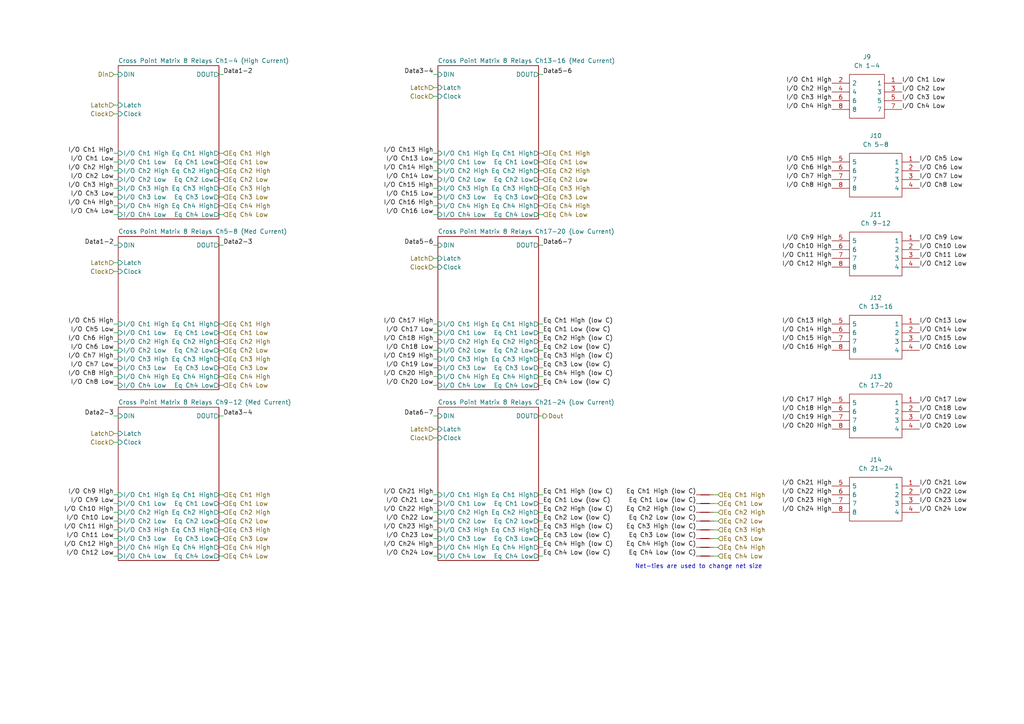
<source format=kicad_sch>
(kicad_sch (version 20211123) (generator eeschema)
  (paper "A4")
  (title_block (title "CIB PCB") (date "2022-05-27") (company "ChargePoint, Inc"))
  (lib_symbols
    (symbol "Component Search Engine:Pluggable Terminal Blocks SDC 2.5mm pitch 8 Pin" (pin_names (offset 0.762))
      (property "Reference" "J" (at 16.51 7.62 0))
      (property "Value" "Pluggable Terminal Blocks SDC 2.5mm pitch 8 Pin" (at 16.51 5.08 0))
      (symbol "Pluggable Terminal Blocks SDC 2.5mm pitch 8 Pin_0_0"
        (pin passive line (at 20.32 0 180) (length 5.08) (name "1") (number "1"))
        (pin passive line (at 0 0 0) (length 5.08) (name "2") (number "2"))
        (pin passive line (at 20.32 -2.54 180) (length 5.08) (name "3") (number "3"))
        (pin passive line (at 0 -2.54 0) (length 5.08) (name "4") (number "4"))
        (pin passive line (at 20.32 -5.08 180) (length 5.08) (name "5") (number "5"))
        (pin passive line (at 0 -5.08 0) (length 5.08) (name "6") (number "6"))
        (pin passive line (at 20.32 -7.62 180) (length 5.08) (name "7") (number "7"))
        (pin passive line (at 0 -7.62 0) (length 5.08) (name "8") (number "8"))
      )
      (symbol "Pluggable Terminal Blocks SDC 2.5mm pitch 8 Pin_0_1"
        (polyline (pts (xy 5.08 2.54) (xy 15.24 2.54) (xy 15.24 -10.16) (xy 5.08 -10.16) (xy 5.08 2.54)) (stroke (width 0.1524)))
      )
    )
    (symbol "Component Search Engine:Pluggable Terminal Blocks SDDC 1.5mm pitch 8 Pin" (pin_names (offset 0.762))
      (property "Reference" "J" (at 21.59 7.62 0))
      (property "Value" "Pluggable Terminal Blocks SDDC 1.5mm pitch 8 Pin" (at 21.59 5.08 0))
      (symbol "Pluggable Terminal Blocks SDDC 1.5mm pitch 8 Pin_0_0"
        (pin passive line (at 25.4 0 180) (length 5.08) (name "1") (number "1"))
        (pin passive line (at 25.4 -2.54 180) (length 5.08) (name "2") (number "2"))
        (pin passive line (at 25.4 -5.08 180) (length 5.08) (name "3") (number "3"))
        (pin passive line (at 25.4 -7.62 180) (length 5.08) (name "4") (number "4"))
        (pin passive line (at 0 0 0) (length 5.08) (name "5") (number "5"))
        (pin passive line (at 0 -2.54 0) (length 5.08) (name "6") (number "6"))
        (pin passive line (at 0 -5.08 0) (length 5.08) (name "7") (number "7"))
        (pin passive line (at 0 -7.62 0) (length 5.08) (name "8") (number "8"))
      )
      (symbol "Pluggable Terminal Blocks SDDC 1.5mm pitch 8 Pin_0_1"
        (polyline (pts (xy 5.08 2.54) (xy 20.32 2.54) (xy 20.32 -10.16) (xy 5.08 -10.16) (xy 5.08 2.54)) (stroke (width 0.1524)))
      )
    )
    (symbol "Device:NetTie_2" (pin_numbers hide) (pin_names (offset 0) hide)
      (property "Reference" "NT" (at 0 1.27 0))
      (property "Value" "NetTie_2" (at 0 -1.27 0))
      (symbol "NetTie_2_0_1"
        (polyline (pts (xy -1.27 0) (xy 1.27 0)) (stroke (width 0.254)))
      )
      (symbol "NetTie_2_1_1"
        (pin passive line (at -2.54 0 0) (length 2.54) (name "1") (number "1"))
        (pin passive line (at 2.54 0 180) (length 2.54) (name "2") (number "2"))
      )
    )
  )
  (wire (pts (xy 156.21 54.61) (xy 157.48 54.61)))
  (wire (pts (xy 33.02 104.14) (xy 34.29 104.14)))
  (wire (pts (xy 156.21 156.21) (xy 157.48 156.21)))
  (wire (pts (xy 125.73 57.15) (xy 127 57.15)))
  (wire (pts (xy 156.21 93.98) (xy 157.48 93.98)))
  (wire (pts (xy 63.5 153.67) (xy 64.77 153.67)))
  (wire (pts (xy 125.73 146.05) (xy 127 146.05)))
  (wire (pts (xy 125.73 120.65) (xy 127 120.65)))
  (wire (pts (xy 207.01 156.21) (xy 208.28 156.21)))
  (wire (pts (xy 125.73 77.47) (xy 127 77.47)))
  (wire (pts (xy 125.73 127) (xy 127 127)))
  (wire (pts (xy 125.73 104.14) (xy 127 104.14)))
  (wire (pts (xy 63.5 46.99) (xy 64.77 46.99)))
  (wire (pts (xy 33.02 128.27) (xy 34.29 128.27)))
  (wire (pts (xy 33.02 21.59) (xy 34.29 21.59)))
  (wire (pts (xy 156.21 21.59) (xy 157.48 21.59)))
  (wire (pts (xy 63.5 109.22) (xy 64.77 109.22)))
  (wire (pts (xy 63.5 156.21) (xy 64.77 156.21)))
  (wire (pts (xy 156.21 71.12) (xy 157.48 71.12)))
  (wire (pts (xy 63.5 101.6) (xy 64.77 101.6)))
  (wire (pts (xy 156.21 104.14) (xy 157.48 104.14)))
  (wire (pts (xy 33.02 156.21) (xy 34.29 156.21)))
  (wire (pts (xy 33.02 111.76) (xy 34.29 111.76)))
  (wire (pts (xy 125.73 46.99) (xy 127 46.99)))
  (wire (pts (xy 125.73 111.76) (xy 127 111.76)))
  (wire (pts (xy 125.73 27.94) (xy 127 27.94)))
  (wire (pts (xy 156.21 148.59) (xy 157.48 148.59)))
  (wire (pts (xy 156.21 49.53) (xy 157.48 49.53)))
  (wire (pts (xy 33.02 52.07) (xy 34.29 52.07)))
  (wire (pts (xy 63.5 148.59) (xy 64.77 148.59)))
  (wire (pts (xy 156.21 158.75) (xy 157.48 158.75)))
  (wire (pts (xy 63.5 158.75) (xy 64.77 158.75)))
  (wire (pts (xy 157.48 120.65) (xy 156.21 120.65)))
  (wire (pts (xy 156.21 109.22) (xy 157.48 109.22)))
  (wire (pts (xy 33.02 33.02) (xy 34.29 33.02)))
  (wire (pts (xy 33.02 161.29) (xy 34.29 161.29)))
  (wire (pts (xy 63.5 21.59) (xy 64.77 21.59)))
  (wire (pts (xy 125.73 99.06) (xy 127 99.06)))
  (wire (pts (xy 63.5 57.15) (xy 64.77 57.15)))
  (wire (pts (xy 33.02 57.15) (xy 34.29 57.15)))
  (wire (pts (xy 156.21 153.67) (xy 157.48 153.67)))
  (wire (pts (xy 207.01 161.29) (xy 208.28 161.29)))
  (wire (pts (xy 33.02 153.67) (xy 34.29 153.67)))
  (wire (pts (xy 63.5 44.45) (xy 64.77 44.45)))
  (wire (pts (xy 63.5 151.13) (xy 64.77 151.13)))
  (wire (pts (xy 156.21 59.69) (xy 157.48 59.69)))
  (wire (pts (xy 125.73 52.07) (xy 127 52.07)))
  (wire (pts (xy 207.01 158.75) (xy 208.28 158.75)))
  (wire (pts (xy 125.73 151.13) (xy 127 151.13)))
  (wire (pts (xy 33.02 59.69) (xy 34.29 59.69)))
  (wire (pts (xy 125.73 93.98) (xy 127 93.98)))
  (wire (pts (xy 156.21 146.05) (xy 157.48 146.05)))
  (wire (pts (xy 33.02 78.74) (xy 34.29 78.74)))
  (wire (pts (xy 63.5 96.52) (xy 64.77 96.52)))
  (wire (pts (xy 207.01 151.13) (xy 208.28 151.13)))
  (wire (pts (xy 63.5 59.69) (xy 64.77 59.69)))
  (wire (pts (xy 125.73 106.68) (xy 127 106.68)))
  (wire (pts (xy 125.73 143.51) (xy 127 143.51)))
  (wire (pts (xy 33.02 120.65) (xy 34.29 120.65)))
  (wire (pts (xy 125.73 158.75) (xy 127 158.75)))
  (wire (pts (xy 156.21 106.68) (xy 157.48 106.68)))
  (wire (pts (xy 125.73 96.52) (xy 127 96.52)))
  (wire (pts (xy 156.21 57.15) (xy 157.48 57.15)))
  (wire (pts (xy 156.21 99.06) (xy 157.48 99.06)))
  (wire (pts (xy 33.02 76.2) (xy 34.29 76.2)))
  (wire (pts (xy 125.73 153.67) (xy 127 153.67)))
  (wire (pts (xy 33.02 96.52) (xy 34.29 96.52)))
  (wire (pts (xy 207.01 146.05) (xy 208.28 146.05)))
  (wire (pts (xy 33.02 146.05) (xy 34.29 146.05)))
  (wire (pts (xy 33.02 46.99) (xy 34.29 46.99)))
  (wire (pts (xy 156.21 161.29) (xy 157.48 161.29)))
  (wire (pts (xy 63.5 49.53) (xy 64.77 49.53)))
  (wire (pts (xy 156.21 52.07) (xy 157.48 52.07)))
  (wire (pts (xy 125.73 124.46) (xy 127 124.46)))
  (wire (pts (xy 63.5 93.98) (xy 64.77 93.98)))
  (wire (pts (xy 125.73 44.45) (xy 127 44.45)))
  (wire (pts (xy 33.02 158.75) (xy 34.29 158.75)))
  (wire (pts (xy 63.5 99.06) (xy 64.77 99.06)))
  (wire (pts (xy 33.02 54.61) (xy 34.29 54.61)))
  (wire (pts (xy 125.73 71.12) (xy 127 71.12)))
  (wire (pts (xy 125.73 74.93) (xy 127 74.93)))
  (wire (pts (xy 33.02 125.73) (xy 34.29 125.73)))
  (wire (pts (xy 33.02 62.23) (xy 34.29 62.23)))
  (wire (pts (xy 33.02 71.12) (xy 34.29 71.12)))
  (wire (pts (xy 156.21 62.23) (xy 157.48 62.23)))
  (wire (pts (xy 156.21 96.52) (xy 157.48 96.52)))
  (wire (pts (xy 156.21 111.76) (xy 157.48 111.76)))
  (wire (pts (xy 63.5 120.65) (xy 64.77 120.65)))
  (wire (pts (xy 156.21 46.99) (xy 157.48 46.99)))
  (wire (pts (xy 63.5 71.12) (xy 64.77 71.12)))
  (wire (pts (xy 156.21 143.51) (xy 157.48 143.51)))
  (wire (pts (xy 63.5 54.61) (xy 64.77 54.61)))
  (wire (pts (xy 125.73 101.6) (xy 127 101.6)))
  (wire (pts (xy 33.02 106.68) (xy 34.29 106.68)))
  (wire (pts (xy 63.5 106.68) (xy 64.77 106.68)))
  (wire (pts (xy 63.5 62.23) (xy 64.77 62.23)))
  (wire (pts (xy 125.73 21.59) (xy 127 21.59)))
  (wire (pts (xy 33.02 109.22) (xy 34.29 109.22)))
  (wire (pts (xy 33.02 49.53) (xy 34.29 49.53)))
  (wire (pts (xy 125.73 25.4) (xy 127 25.4)))
  (wire (pts (xy 33.02 30.48) (xy 34.29 30.48)))
  (wire (pts (xy 125.73 148.59) (xy 127 148.59)))
  (wire (pts (xy 33.02 143.51) (xy 34.29 143.51)))
  (wire (pts (xy 207.01 148.59) (xy 208.28 148.59)))
  (wire (pts (xy 63.5 104.14) (xy 64.77 104.14)))
  (wire (pts (xy 33.02 44.45) (xy 34.29 44.45)))
  (wire (pts (xy 125.73 54.61) (xy 127 54.61)))
  (wire (pts (xy 207.01 153.67) (xy 208.28 153.67)))
  (wire (pts (xy 207.01 143.51) (xy 208.28 143.51)))
  (wire (pts (xy 156.21 101.6) (xy 157.48 101.6)))
  (wire (pts (xy 125.73 109.22) (xy 127 109.22)))
  (wire (pts (xy 156.21 151.13) (xy 157.48 151.13)))
  (wire (pts (xy 33.02 151.13) (xy 34.29 151.13)))
  (wire (pts (xy 125.73 49.53) (xy 127 49.53)))
  (wire (pts (xy 33.02 148.59) (xy 34.29 148.59)))
  (wire (pts (xy 63.5 146.05) (xy 64.77 146.05)))
  (wire (pts (xy 63.5 161.29) (xy 64.77 161.29)))
  (wire (pts (xy 125.73 62.23) (xy 127 62.23)))
  (wire (pts (xy 125.73 156.21) (xy 127 156.21)))
  (wire (pts (xy 63.5 111.76) (xy 64.77 111.76)))
  (wire (pts (xy 33.02 101.6) (xy 34.29 101.6)))
  (wire (pts (xy 63.5 143.51) (xy 64.77 143.51)))
  (wire (pts (xy 33.02 99.06) (xy 34.29 99.06)))
  (wire (pts (xy 156.21 44.45) (xy 157.48 44.45)))
  (wire (pts (xy 125.73 161.29) (xy 127 161.29)))
  (wire (pts (xy 33.02 93.98) (xy 34.29 93.98)))
  (wire (pts (xy 125.73 59.69) (xy 127 59.69)))
  (wire (pts (xy 63.5 52.07) (xy 64.77 52.07)))
  (text "Net-ties are used to change net size" (at 184.15 165.1 0) (effects (font (size 1.27 1.27)) (justify left bottom)))
  (label "Data2-3" (at 33.02 120.65 180))
  (label "I{slash}O Ch12 Low" (at 33.02 161.29 180))
  (label "I{slash}O Ch2 Low" (at 33.02 52.07 180))
  (label "I{slash}O Ch8 Low" (at 266.7 54.61 0))
  (label "I{slash}O Ch15 Low" (at 266.7 99.06 0))
  (label "I{slash}O Ch21 High" (at 241.3 140.97 180))
  (label "I{slash}O Ch20 High" (at 125.73 109.22 180))
  (label "Eq Ch1 High (low C)" (at 201.93 143.51 180))
  (label "I{slash}O Ch14 Low" (at 266.7 96.52 0))
  (label "Eq Ch2 High (low C)" (at 157.48 148.59 0))
  (label "I{slash}O Ch23 High" (at 241.3 146.05 180))
  (label "I{slash}O Ch1 High" (at 33.02 44.45 180))
  (label "Data2-3" (at 64.77 71.12 0))
  (label "I{slash}O Ch9 Low" (at 33.02 146.05 180))
  (label "Eq Ch4 Low (low C)" (at 157.48 161.29 0))
  (label "I{slash}O Ch3 High" (at 33.02 54.61 180))
  (label "I{slash}O Ch24 Low" (at 266.7 148.59 0))
  (label "I{slash}O Ch6 Low" (at 266.7 49.53 0))
  (label "I{slash}O Ch20 Low" (at 125.73 111.76 180))
  (label "I{slash}O Ch18 High" (at 241.3 119.38 180))
  (label "I{slash}O Ch11 High" (at 33.02 153.67 180))
  (label "I{slash}O Ch17 Low" (at 266.7 116.84 0))
  (label "I{slash}O Ch9 Low" (at 266.7 69.85 0))
  (label "I{slash}O Ch21 Low" (at 125.73 146.05 180))
  (label "I{slash}O Ch23 Low" (at 266.7 146.05 0))
  (label "Eq Ch4 High (low C)" (at 157.48 158.75 0))
  (label "I{slash}O Ch1 Low" (at 33.02 46.99 180))
  (label "Data6-7" (at 157.48 71.12 0))
  (label "I{slash}O Ch7 High" (at 33.02 104.14 180))
  (label "I{slash}O Ch17 High" (at 241.3 116.84 180))
  (label "I{slash}O Ch15 High" (at 241.3 99.06 180))
  (label "I{slash}O Ch20 High" (at 241.3 124.46 180))
  (label "I{slash}O Ch19 High" (at 125.73 104.14 180))
  (label "I{slash}O Ch5 Low" (at 266.7 46.99 0))
  (label "Data3-4" (at 64.77 120.65 0))
  (label "I{slash}O Ch17 High" (at 125.73 93.98 180))
  (label "I{slash}O Ch15 High" (at 125.73 54.61 180))
  (label "I{slash}O Ch2 High" (at 241.3 26.67 180))
  (label "I{slash}O Ch14 High" (at 125.73 49.53 180))
  (label "I{slash}O Ch3 High" (at 241.3 29.21 180))
  (label "I{slash}O Ch13 High" (at 125.73 44.45 180))
  (label "Eq Ch3 High (low C)" (at 157.48 153.67 0))
  (label "Eq Ch1 Low (low C)" (at 201.93 146.05 180))
  (label "I{slash}O Ch7 Low" (at 266.7 52.07 0))
  (label "I{slash}O Ch6 Low" (at 33.02 101.6 180))
  (label "Eq Ch2 Low (low C)" (at 157.48 101.6 0))
  (label "I{slash}O Ch16 Low" (at 266.7 101.6 0))
  (label "I{slash}O Ch3 Low" (at 33.02 57.15 180))
  (label "I{slash}O Ch13 Low" (at 266.7 93.98 0))
  (label "I{slash}O Ch9 High" (at 33.02 143.51 180))
  (label "I{slash}O Ch8 High" (at 241.3 54.61 180))
  (label "I{slash}O Ch20 Low" (at 266.7 124.46 0))
  (label "I{slash}O Ch23 Low" (at 125.73 156.21 180))
  (label "Data1-2" (at 33.02 71.12 180))
  (label "I{slash}O Ch10 High" (at 33.02 148.59 180))
  (label "I{slash}O Ch5 Low" (at 33.02 96.52 180))
  (label "Data5-6" (at 125.73 71.12 180))
  (label "I{slash}O Ch17 Low" (at 125.73 96.52 180))
  (label "I{slash}O Ch1 High" (at 241.3 24.13 180))
  (label "I{slash}O Ch11 Low" (at 33.02 156.21 180))
  (label "I{slash}O Ch7 High" (at 241.3 52.07 180))
  (label "I{slash}O Ch21 Low" (at 266.7 140.97 0))
  (label "I{slash}O Ch5 High" (at 33.02 93.98 180))
  (label "I{slash}O Ch12 High" (at 241.3 77.47 180))
  (label "I{slash}O Ch6 High" (at 241.3 49.53 180))
  (label "I{slash}O Ch12 High" (at 33.02 158.75 180))
  (label "I{slash}O Ch4 Low" (at 33.02 62.23 180))
  (label "Eq Ch3 High (low C)" (at 201.93 153.67 180))
  (label "I{slash}O Ch1 Low" (at 261.62 24.13 0))
  (label "Eq Ch3 Low (low C)" (at 157.48 156.21 0))
  (label "I{slash}O Ch22 High" (at 125.73 148.59 180))
  (label "I{slash}O Ch9 High" (at 241.3 69.85 180))
  (label "I{slash}O Ch10 High" (at 241.3 72.39 180))
  (label "I{slash}O Ch19 Low" (at 125.73 106.68 180))
  (label "I{slash}O Ch8 High" (at 33.02 109.22 180))
  (label "I{slash}O Ch24 High" (at 241.3 148.59 180))
  (label "I{slash}O Ch6 High" (at 33.02 99.06 180))
  (label "I{slash}O Ch18 Low" (at 125.73 101.6 180))
  (label "I{slash}O Ch4 Low" (at 261.62 31.75 0))
  (label "Eq Ch4 Low (low C)" (at 157.48 111.76 0))
  (label "I{slash}O Ch22 Low" (at 266.7 143.51 0))
  (label "I{slash}O Ch16 High" (at 125.73 59.69 180))
  (label "Eq Ch4 Low (low C)" (at 201.93 161.29 180))
  (label "I{slash}O Ch2 Low" (at 261.62 26.67 0))
  (label "I{slash}O Ch14 Low" (at 125.73 52.07 180))
  (label "I{slash}O Ch18 Low" (at 266.7 119.38 0))
  (label "Eq Ch2 High (low C)" (at 201.93 148.59 180))
  (label "I{slash}O Ch22 Low" (at 125.73 151.13 180))
  (label "I{slash}O Ch14 High" (at 241.3 96.52 180))
  (label "I{slash}O Ch10 Low" (at 33.02 151.13 180))
  (label "I{slash}O Ch12 Low" (at 266.7 77.47 0))
  (label "I{slash}O Ch5 High" (at 241.3 46.99 180))
  (label "Eq Ch1 Low (low C)" (at 157.48 96.52 0))
  (label "I{slash}O Ch15 Low" (at 125.73 57.15 180))
  (label "I{slash}O Ch10 Low" (at 266.7 72.39 0))
  (label "Eq Ch4 High (low C)" (at 201.93 158.75 180))
  (label "I{slash}O Ch16 High" (at 241.3 101.6 180))
  (label "I{slash}O Ch13 Low" (at 125.73 46.99 180))
  (label "Eq Ch1 High (low C)" (at 157.48 93.98 0))
  (label "Data5-6" (at 157.48 21.59 0))
  (label "I{slash}O Ch23 High" (at 125.73 153.67 180))
  (label "Eq Ch3 High (low C)" (at 157.48 104.14 0))
  (label "I{slash}O Ch24 High" (at 125.73 158.75 180))
  (label "Eq Ch3 Low (low C)" (at 157.48 106.68 0))
  (label "Data1-2" (at 64.77 21.59 0))
  (label "I{slash}O Ch3 Low" (at 261.62 29.21 0))
  (label "I{slash}O Ch18 High" (at 125.73 99.06 180))
  (label "Eq Ch1 Low (low C)" (at 157.48 146.05 0))
  (label "Eq Ch4 High (low C)" (at 157.48 109.22 0))
  (label "I{slash}O Ch13 High" (at 241.3 93.98 180))
  (label "I{slash}O Ch8 Low" (at 33.02 111.76 180))
  (label "I{slash}O Ch16 Low" (at 125.73 62.23 180))
  (label "I{slash}O Ch19 Low" (at 266.7 121.92 0))
  (label "I{slash}O Ch11 Low" (at 266.7 74.93 0))
  (label "I{slash}O Ch2 High" (at 33.02 49.53 180))
  (label "I{slash}O Ch24 Low" (at 125.73 161.29 180))
  (label "Eq Ch2 Low (low C)" (at 157.48 151.13 0))
  (label "I{slash}O Ch7 Low" (at 33.02 106.68 180))
  (label "I{slash}O Ch4 High" (at 241.3 31.75 180))
  (label "Eq Ch2 Low (low C)" (at 201.93 151.13 180))
  (label "Data6-7" (at 125.73 120.65 180))
  (label "Eq Ch2 High (low C)" (at 157.48 99.06 0))
  (label "Eq Ch1 High (low C)" (at 157.48 143.51 0))
  (label "I{slash}O Ch21 High" (at 125.73 143.51 180))
  (label "I{slash}O Ch4 High" (at 33.02 59.69 180))
  (label "Data3-4" (at 125.73 21.59 180))
  (label "I{slash}O Ch22 High" (at 241.3 143.51 180))
  (label "Eq Ch3 Low (low C)" (at 201.93 156.21 180))
  (label "I{slash}O Ch11 High" (at 241.3 74.93 180))
  (label "I{slash}O Ch19 High" (at 241.3 121.92 180))
  (hierarchical_label "Latch" (shape input) (at 33.02 76.2 180))
  (hierarchical_label "Eq Ch1 High" (shape input) (at 208.28 143.51 0))
  (hierarchical_label "Eq Ch2 Low" (shape input) (at 208.28 151.13 0))
  (hierarchical_label "Latch" (shape input) (at 33.02 30.48 180))
  (hierarchical_label "Eq Ch3 High" (shape input) (at 157.48 54.61 0))
  (hierarchical_label "Eq Ch2 High" (shape input) (at 64.77 99.06 0))
  (hierarchical_label "Eq Ch2 High" (shape input) (at 157.48 49.53 0))
  (hierarchical_label "Clock" (shape input) (at 125.73 77.47 180))
  (hierarchical_label "Latch" (shape input) (at 33.02 125.73 180))
  (hierarchical_label "Eq Ch3 Low" (shape input) (at 64.77 57.15 0))
  (hierarchical_label "Eq Ch1 Low" (shape input) (at 208.28 146.05 0))
  (hierarchical_label "Eq Ch4 High" (shape input) (at 64.77 158.75 0))
  (hierarchical_label "Dout" (shape output) (at 157.48 120.65 0))
  (hierarchical_label "Eq Ch1 Low" (shape input) (at 157.48 46.99 0))
  (hierarchical_label "Eq Ch3 High" (shape input) (at 64.77 153.67 0))
  (hierarchical_label "Eq Ch1 High" (shape input) (at 157.48 44.45 0))
  (hierarchical_label "Eq Ch2 Low" (shape input) (at 64.77 52.07 0))
  (hierarchical_label "Eq Ch4 Low" (shape input) (at 64.77 161.29 0))
  (hierarchical_label "Eq Ch3 High" (shape input) (at 64.77 104.14 0))
  (hierarchical_label "Eq Ch3 High" (shape input) (at 64.77 54.61 0))
  (hierarchical_label "Latch" (shape input) (at 125.73 124.46 180))
  (hierarchical_label "Eq Ch1 High" (shape input) (at 64.77 143.51 0))
  (hierarchical_label "Eq Ch2 High" (shape input) (at 64.77 49.53 0))
  (hierarchical_label "Eq Ch4 Low" (shape input) (at 208.28 161.29 0))
  (hierarchical_label "Eq Ch4 Low" (shape input) (at 157.48 62.23 0))
  (hierarchical_label "Eq Ch2 High" (shape input) (at 208.28 148.59 0))
  (hierarchical_label "Clock" (shape input) (at 33.02 78.74 180))
  (hierarchical_label "Clock" (shape input) (at 125.73 27.94 180))
  (hierarchical_label "Eq Ch1 Low" (shape input) (at 64.77 96.52 0))
  (hierarchical_label "Eq Ch4 High" (shape input) (at 208.28 158.75 0))
  (hierarchical_label "Eq Ch4 High" (shape input) (at 64.77 109.22 0))
  (hierarchical_label "Din" (shape input) (at 33.02 21.59 180))
  (hierarchical_label "Eq Ch4 High" (shape input) (at 157.48 59.69 0))
  (hierarchical_label "Eq Ch3 Low" (shape input) (at 208.28 156.21 0))
  (hierarchical_label "Eq Ch1 High" (shape input) (at 64.77 44.45 0))
  (hierarchical_label "Eq Ch4 High" (shape input) (at 64.77 59.69 0))
  (hierarchical_label "Eq Ch3 Low" (shape input) (at 64.77 156.21 0))
  (hierarchical_label "Eq Ch1 Low" (shape input) (at 64.77 46.99 0))
  (hierarchical_label "Eq Ch3 High" (shape input) (at 208.28 153.67 0))
  (hierarchical_label "Eq Ch3 Low" (shape input) (at 157.48 57.15 0))
  (hierarchical_label "Eq Ch1 Low" (shape input) (at 64.77 146.05 0))
  (hierarchical_label "Eq Ch2 Low" (shape input) (at 64.77 151.13 0))
  (hierarchical_label "Eq Ch1 High" (shape input) (at 64.77 93.98 0))
  (hierarchical_label "Eq Ch2 Low" (shape input) (at 64.77 101.6 0))
  (hierarchical_label "Clock" (shape input) (at 125.73 127 180))
  (hierarchical_label "Eq Ch4 Low" (shape input) (at 64.77 62.23 0))
  (hierarchical_label "Clock" (shape input) (at 33.02 33.02 180))
  (hierarchical_label "Clock" (shape input) (at 33.02 128.27 180))
  (hierarchical_label "Eq Ch3 Low" (shape input) (at 64.77 106.68 0))
  (hierarchical_label "Latch" (shape input) (at 125.73 74.93 180))
  (hierarchical_label "Eq Ch4 Low" (shape input) (at 64.77 111.76 0))
  (hierarchical_label "Eq Ch2 Low" (shape input) (at 157.48 52.07 0))
  (hierarchical_label "Eq Ch2 High" (shape input) (at 64.77 148.59 0))
  (hierarchical_label "Latch" (shape input) (at 125.73 25.4 180))
  (symbol (lib_id "Device:NetTie_2") (at 204.47 156.21 0) (unit 1)
    (property "Reference" "NT6" (effects hide))
    (property "Value" "NetTie_2" (effects hide))
    (property "Footprint" "NetTie:NetTie-2_SMD_Pad0.5mm" (effects hide))
    (property "dnp" "dnp" (effects hide))
  )
  (symbol (lib_id "Component Search Engine:Pluggable Terminal Blocks SDDC 1.5mm pitch 8 Pin") (at 241.3 93.98 0) (unit 1)
    (property "Reference" "J12" (at 254 86.36 0))
    (property "Value" "Ch 13-16" (at 254 88.9 0))
    (property "Footprint" "Component Search Engine:Pluggable Terminal Blocks SDDC 1.5mm pitch 8 Pin" (effects hide))
    (property "Datasheet" "https://datasheet.datasheetarchive.com/originals/distributors/DKDS-4/71064.pdf" (effects hide))
    (property "Description" "Pluggable Terminal Blocks SDDC 1,5/ 4-PV-3,5" (effects hide))
    (property "Height" "16" (effects hide))
    (property "Mouser Price/Stock" "https://www.mouser.co.uk/ProductDetail/Phoenix-Contact/1848668?qs=0kYgdqhPduG1OA00GBngvA%3D%3D" (effects hide))
    (property "Arrow Part Number" "1848668" (effects hide))
    (property "Arrow Price/Stock" "https://www.arrow.com/en/products/1848668/phoenix-contact?region=nac" (effects hide))
    (property "Manufacturer" "Phoenix Contact" (effects hide))
    (property "Manufacturer #" "1848668" (effects hide))
    (property "Mouser #" "651-1848668" (effects hide))
  )
  (symbol (lib_id "Component Search Engine:Pluggable Terminal Blocks SDDC 1.5mm pitch 8 Pin") (at 241.3 46.99 0) (unit 1)
    (property "Reference" "J10" (at 254 39.37 0))
    (property "Value" "Ch 5-8" (at 254 41.91 0))
    (property "Footprint" "Component Search Engine:Pluggable Terminal Blocks SDDC 1.5mm pitch 8 Pin" (effects hide))
    (property "Datasheet" "https://datasheet.datasheetarchive.com/originals/distributors/DKDS-4/71064.pdf" (effects hide))
    (property "Description" "Pluggable Terminal Blocks SDDC 1,5/ 4-PV-3,5" (effects hide))
    (property "Height" "16" (effects hide))
    (property "Mouser Price/Stock" "https://www.mouser.co.uk/ProductDetail/Phoenix-Contact/1848668?qs=0kYgdqhPduG1OA00GBngvA%3D%3D" (effects hide))
    (property "Arrow Part Number" "1848668" (effects hide))
    (property "Arrow Price/Stock" "https://www.arrow.com/en/products/1848668/phoenix-contact?region=nac" (effects hide))
    (property "Manufacturer" "Phoenix Contact" (effects hide))
    (property "Manufacturer #" "1848668" (effects hide))
    (property "Mouser #" "651-1848668" (effects hide))
  )
  (symbol (lib_id "Device:NetTie_2") (at 204.47 158.75 0) (unit 1)
    (property "Reference" "NT7" (effects hide))
    (property "Value" "NetTie_2" (effects hide))
    (property "Footprint" "NetTie:NetTie-2_SMD_Pad0.5mm" (effects hide))
    (property "dnp" "dnp" (effects hide))
  )
  (symbol (lib_id "Device:NetTie_2") (at 204.47 143.51 0) (unit 1)
    (property "Reference" "NT1" (effects hide))
    (property "Value" "NetTie_2" (effects hide))
    (property "Footprint" "NetTie:NetTie-2_SMD_Pad0.5mm" (effects hide))
    (property "dnp" "dnp" (effects hide))
  )
  (symbol (lib_id "Device:NetTie_2") (at 204.47 151.13 0) (unit 1)
    (property "Reference" "NT4" (effects hide))
    (property "Value" "NetTie_2" (effects hide))
    (property "Footprint" "NetTie:NetTie-2_SMD_Pad0.5mm" (effects hide))
    (property "dnp" "dnp" (effects hide))
  )
  (symbol (lib_id "Device:NetTie_2") (at 204.47 161.29 0) (unit 1)
    (property "Reference" "NT8" (effects hide))
    (property "Value" "NetTie_2" (effects hide))
    (property "Footprint" "NetTie:NetTie-2_SMD_Pad0.5mm" (effects hide))
    (property "dnp" "dnp" (effects hide))
  )
  (symbol (lib_id "Device:NetTie_2") (at 204.47 153.67 0) (unit 1)
    (property "Reference" "NT5" (effects hide))
    (property "Value" "NetTie_2" (effects hide))
    (property "Footprint" "NetTie:NetTie-2_SMD_Pad0.5mm" (effects hide))
    (property "dnp" "dnp" (effects hide))
  )
  (symbol (lib_id "Component Search Engine:Pluggable Terminal Blocks SDDC 1.5mm pitch 8 Pin") (at 241.3 116.84 0) (unit 1)
    (property "Reference" "J13" (at 254 109.22 0))
    (property "Value" "Ch 17-20" (at 254 111.76 0))
    (property "Footprint" "Component Search Engine:Pluggable Terminal Blocks SDDC 1.5mm pitch 8 Pin" (effects hide))
    (property "Datasheet" "https://datasheet.datasheetarchive.com/originals/distributors/DKDS-4/71064.pdf" (effects hide))
    (property "Description" "Pluggable Terminal Blocks SDDC 1,5/ 4-PV-3,5" (effects hide))
    (property "Height" "16" (effects hide))
    (property "Mouser Price/Stock" "https://www.mouser.co.uk/ProductDetail/Phoenix-Contact/1848668?qs=0kYgdqhPduG1OA00GBngvA%3D%3D" (effects hide))
    (property "Arrow Part Number" "1848668" (effects hide))
    (property "Arrow Price/Stock" "https://www.arrow.com/en/products/1848668/phoenix-contact?region=nac" (effects hide))
    (property "Manufacturer" "Phoenix Contact" (effects hide))
    (property "Manufacturer #" "1848668" (effects hide))
    (property "Mouser #" "651-1848668" (effects hide))
  )
  (symbol (lib_id "Component Search Engine:Pluggable Terminal Blocks SDC 2.5mm pitch 8 Pin") (at 241.3 24.13 0) (unit 1)
    (property "Reference" "J9" (at 251.46 16.51 0))
    (property "Value" "Ch 1-4" (at 251.46 19.05 0))
    (property "Footprint" "Component Search Engine:Pluggable Terminal Blocks SDC 2.5mm pitch 8 Pin" (effects hide))
    (property "Datasheet" "https://datasheet.datasheetarchive.com/originals/distributors/DKDS-4/71516.pdf" (effects hide))
    (property "Description" "Pluggable Terminal Blocks SDDC 1,5/ 4-PV-3,5" (effects hide))
    (property "Height" "16" (effects hide))
    (property "Mouser Price/Stock" "https://www.mouser.co.uk/ProductDetail/Phoenix-Contact/1864095?qs=k%252BwXAfPrzCksf1U4gIWMgg%3D%3D" (effects hide))
    (property "Arrow Part Number" "1864095" (effects hide))
    (property "Arrow Price/Stock" "https://www.arrow.com/en/products/1864095/phoenix-contact?region=nac" (effects hide))
    (property "Manufacturer" "Phoenix Contact" (effects hide))
    (property "Manufacturer #" "1864095" (effects hide))
    (property "Mouser #" "651-1864095" (effects hide))
  )
  (symbol (lib_id "Device:NetTie_2") (at 204.47 146.05 0) (unit 1)
    (property "Reference" "NT2" (effects hide))
    (property "Value" "NetTie_2" (effects hide))
    (property "Footprint" "NetTie:NetTie-2_SMD_Pad0.5mm" (effects hide))
    (property "dnp" "dnp" (effects hide))
  )
  (symbol (lib_id "Component Search Engine:Pluggable Terminal Blocks SDDC 1.5mm pitch 8 Pin") (at 241.3 140.97 0) (unit 1)
    (property "Reference" "J14" (at 254 133.35 0))
    (property "Value" "Ch 21-24" (at 254 135.89 0))
    (property "Footprint" "Component Search Engine:Pluggable Terminal Blocks SDDC 1.5mm pitch 8 Pin" (effects hide))
    (property "Datasheet" "https://datasheet.datasheetarchive.com/originals/distributors/DKDS-4/71064.pdf" (effects hide))
    (property "Description" "Pluggable Terminal Blocks SDDC 1,5/ 4-PV-3,5" (effects hide))
    (property "Height" "16" (effects hide))
    (property "Mouser Price/Stock" "https://www.mouser.co.uk/ProductDetail/Phoenix-Contact/1848668?qs=0kYgdqhPduG1OA00GBngvA%3D%3D" (effects hide))
    (property "Arrow Part Number" "1848668" (effects hide))
    (property "Arrow Price/Stock" "https://www.arrow.com/en/products/1848668/phoenix-contact?region=nac" (effects hide))
    (property "Manufacturer" "Phoenix Contact" (effects hide))
    (property "Manufacturer #" "1848668" (effects hide))
    (property "Mouser #" "651-1848668" (effects hide))
  )
  (symbol (lib_id "Device:NetTie_2") (at 204.47 148.59 0) (unit 1)
    (property "Reference" "NT3" (effects hide))
    (property "Value" "NetTie_2" (effects hide))
    (property "Footprint" "NetTie:NetTie-2_SMD_Pad0.5mm" (effects hide))
    (property "dnp" "dnp" (effects hide))
  )
  (symbol (lib_id "Component Search Engine:Pluggable Terminal Blocks SDDC 1.5mm pitch 8 Pin") (at 241.3 69.85 0) (unit 1)
    (property "Reference" "J11" (at 254 62.23 0))
    (property "Value" "Ch 9-12" (at 254 64.77 0))
    (property "Footprint" "Component Search Engine:Pluggable Terminal Blocks SDDC 1.5mm pitch 8 Pin" (effects hide))
    (property "Datasheet" "https://datasheet.datasheetarchive.com/originals/distributors/DKDS-4/71064.pdf" (effects hide))
    (property "Description" "Pluggable Terminal Blocks SDDC 1,5/ 4-PV-3,5" (effects hide))
    (property "Height" "16" (effects hide))
    (property "Mouser Price/Stock" "https://www.mouser.co.uk/ProductDetail/Phoenix-Contact/1848668?qs=0kYgdqhPduG1OA00GBngvA%3D%3D" (effects hide))
    (property "Arrow Part Number" "1848668" (effects hide))
    (property "Arrow Price/Stock" "https://www.arrow.com/en/products/1848668/phoenix-contact?region=nac" (effects hide))
    (property "Manufacturer" "Phoenix Contact" (effects hide))
    (property "Manufacturer #" "1848668" (effects hide))
    (property "Mouser #" "651-1848668" (effects hide))
  )
  (sheet (at 127 68.58) (size 29.21 44.45) (stroke (width 0.1524))
    (property "Sheet name" "Cross Point Matrix 8 Relays Ch17-20 (Low Current)" (at 127 67.8684 0) (effects (justify left bottom)))
    (property "Sheet file" "Cross Point Matix Ch17-24.kicad_sch" (effects hide))
    (pin "I{slash}O Ch4 High" input (at 127 109.22 180))
    (pin "I{slash}O Ch4 Low" input (at 127 111.76 180))
    (pin "I{slash}O Ch3 Low" input (at 127 106.68 180))
    (pin "I{slash}O Ch3 High" input (at 127 104.14 180))
    (pin "I{slash}O Ch2 High" input (at 127 99.06 180))
    (pin "I{slash}O Ch2 Low" input (at 127 101.6 180))
    (pin "I{slash}O Ch1 Low" input (at 127 96.52 180))
    (pin "I{slash}O Ch1 High" input (at 127 93.98 180))
    (pin "Eq Ch1 Low" output (at 156.21 96.52 0))
    (pin "Eq Ch2 High" output (at 156.21 99.06 0))
    (pin "Eq Ch4 High" output (at 156.21 109.22 0))
    (pin "Eq Ch3 Low" output (at 156.21 106.68 0))
    (pin "Eq Ch4 Low" output (at 156.21 111.76 0))
    (pin "Eq Ch2 Low" output (at 156.21 101.6 0))
    (pin "Eq Ch3 High" output (at 156.21 104.14 0))
    (pin "Eq Ch1 High" output (at 156.21 93.98 0))
    (pin "DOUT" output (at 156.21 71.12 0))
    (pin "DIN" input (at 127 71.12 180))
    (pin "Latch" input (at 127 74.93 180))
    (pin "Clock" input (at 127 77.47 180))
  )
  (sheet (at 127 118.11) (size 29.21 44.45) (stroke (width 0.1524))
    (property "Sheet name" "Cross Point Matrix 8 Relays Ch21-24 (Low Current)" (at 127 117.3984 0) (effects (justify left bottom)))
    (property "Sheet file" "Cross Point Matix Ch17-24.kicad_sch" (effects hide))
    (pin "I{slash}O Ch4 High" input (at 127 158.75 180))
    (pin "I{slash}O Ch4 Low" input (at 127 161.29 180))
    (pin "I{slash}O Ch3 Low" input (at 127 156.21 180))
    (pin "I{slash}O Ch3 High" input (at 127 153.67 180))
    (pin "I{slash}O Ch2 High" input (at 127 148.59 180))
    (pin "I{slash}O Ch2 Low" input (at 127 151.13 180))
    (pin "I{slash}O Ch1 Low" input (at 127 146.05 180))
    (pin "I{slash}O Ch1 High" input (at 127 143.51 180))
    (pin "Eq Ch1 Low" output (at 156.21 146.05 0))
    (pin "Eq Ch2 High" output (at 156.21 148.59 0))
    (pin "Eq Ch1 High" output (at 156.21 143.51 0))
    (pin "Eq Ch4 High" output (at 156.21 158.75 0))
    (pin "Eq Ch3 Low" output (at 156.21 156.21 0))
    (pin "Eq Ch4 Low" output (at 156.21 161.29 0))
    (pin "Eq Ch2 Low" output (at 156.21 151.13 0))
    (pin "Eq Ch3 High" output (at 156.21 153.67 0))
    (pin "DOUT" output (at 156.21 120.65 0))
    (pin "DIN" input (at 127 120.65 180))
    (pin "Latch" input (at 127 124.46 180))
    (pin "Clock" input (at 127 127 180))
  )
  (sheet (at 34.29 118.11) (size 29.21 44.45) (stroke (width 0.1524))
    (property "Sheet name" "Cross Point Matrix 8 Relays Ch9-12 (Med Current)" (at 34.29 117.3984 0) (effects (justify left bottom)))
    (property "Sheet file" "Cross Point Matix Ch5-16.kicad_sch" (effects hide))
    (pin "I{slash}O Ch4 High" input (at 34.29 158.75 180))
    (pin "I{slash}O Ch4 Low" input (at 34.29 161.29 180))
    (pin "I{slash}O Ch3 Low" input (at 34.29 156.21 180))
    (pin "I{slash}O Ch3 High" input (at 34.29 153.67 180))
    (pin "I{slash}O Ch2 High" input (at 34.29 148.59 180))
    (pin "I{slash}O Ch2 Low" input (at 34.29 151.13 180))
    (pin "I{slash}O Ch1 Low" input (at 34.29 146.05 180))
    (pin "I{slash}O Ch1 High" input (at 34.29 143.51 180))
    (pin "Eq Ch1 Low" output (at 63.5 146.05 0))
    (pin "Eq Ch2 High" output (at 63.5 148.59 0))
    (pin "Eq Ch1 High" output (at 63.5 143.51 0))
    (pin "Eq Ch4 High" output (at 63.5 158.75 0))
    (pin "Eq Ch3 Low" output (at 63.5 156.21 0))
    (pin "Eq Ch4 Low" output (at 63.5 161.29 0))
    (pin "Eq Ch2 Low" output (at 63.5 151.13 0))
    (pin "Eq Ch3 High" output (at 63.5 153.67 0))
    (pin "DOUT" output (at 63.5 120.65 0))
    (pin "DIN" input (at 34.29 120.65 180))
    (pin "Latch" input (at 34.29 125.73 180))
    (pin "Clock" input (at 34.29 128.27 180))
  )
  (sheet (at 127 19.05) (size 29.21 44.45) (stroke (width 0.1524))
    (property "Sheet name" "Cross Point Matrix 8 Relays Ch13-16 (Med Current)" (at 127 18.3384 0) (effects (justify left bottom)))
    (property "Sheet file" "Cross Point Matix Ch5-16.kicad_sch" (effects hide))
    (pin "I{slash}O Ch4 High" input (at 127 59.69 180))
    (pin "I{slash}O Ch4 Low" input (at 127 62.23 180))
    (pin "I{slash}O Ch3 Low" input (at 127 57.15 180))
    (pin "I{slash}O Ch3 High" input (at 127 54.61 180))
    (pin "I{slash}O Ch2 High" input (at 127 49.53 180))
    (pin "I{slash}O Ch2 Low" input (at 127 52.07 180))
    (pin "I{slash}O Ch1 Low" input (at 127 46.99 180))
    (pin "I{slash}O Ch1 High" input (at 127 44.45 180))
    (pin "Eq Ch1 Low" output (at 156.21 46.99 0))
    (pin "Eq Ch2 High" output (at 156.21 49.53 0))
    (pin "Eq Ch1 High" output (at 156.21 44.45 0))
    (pin "Eq Ch4 High" output (at 156.21 59.69 0))
    (pin "Eq Ch3 Low" output (at 156.21 57.15 0))
    (pin "Eq Ch4 Low" output (at 156.21 62.23 0))
    (pin "Eq Ch2 Low" output (at 156.21 52.07 0))
    (pin "Eq Ch3 High" output (at 156.21 54.61 0))
    (pin "DOUT" output (at 156.21 21.59 0))
    (pin "DIN" input (at 127 21.59 180))
    (pin "Latch" input (at 127 25.4 180))
    (pin "Clock" input (at 127 27.94 180))
  )
  (sheet (at 34.29 19.05) (size 29.21 44.45) (stroke (width 0.1524))
    (property "Sheet name" "Cross Point Matrix 8 Relays Ch1-4 (High Current)" (at 34.29 18.3384 0) (effects (justify left bottom)))
    (property "Sheet file" "Cross Point Matix Ch1-4.kicad_sch" (effects hide))
    (pin "I{slash}O Ch4 High" input (at 34.29 59.69 180))
    (pin "I{slash}O Ch4 Low" input (at 34.29 62.23 180))
    (pin "I{slash}O Ch3 Low" input (at 34.29 57.15 180))
    (pin "I{slash}O Ch3 High" input (at 34.29 54.61 180))
    (pin "I{slash}O Ch2 High" input (at 34.29 49.53 180))
    (pin "I{slash}O Ch2 Low" input (at 34.29 52.07 180))
    (pin "I{slash}O Ch1 Low" input (at 34.29 46.99 180))
    (pin "I{slash}O Ch1 High" input (at 34.29 44.45 180))
    (pin "Eq Ch1 Low" output (at 63.5 46.99 0))
    (pin "Eq Ch2 High" output (at 63.5 49.53 0))
    (pin "Eq Ch1 High" output (at 63.5 44.45 0))
    (pin "Eq Ch4 High" output (at 63.5 59.69 0))
    (pin "Eq Ch3 Low" output (at 63.5 57.15 0))
    (pin "Eq Ch4 Low" output (at 63.5 62.23 0))
    (pin "Eq Ch2 Low" output (at 63.5 52.07 0))
    (pin "Eq Ch3 High" output (at 63.5 54.61 0))
    (pin "Latch" input (at 34.29 30.48 180))
    (pin "Clock" input (at 34.29 33.02 180))
    (pin "DIN" input (at 34.29 21.59 180))
    (pin "DOUT" output (at 63.5 21.59 0))
  )
  (sheet (at 34.29 68.58) (size 29.21 44.45) (stroke (width 0.1524))
    (property "Sheet name" "Cross Point Matrix 8 Relays Ch5-8 (Med Current)" (at 34.29 67.8684 0) (effects (justify left bottom)))
    (property "Sheet file" "Cross Point Matix Ch5-16.kicad_sch" (effects hide))
    (pin "I{slash}O Ch4 High" input (at 34.29 109.22 180))
    (pin "I{slash}O Ch4 Low" input (at 34.29 111.76 180))
    (pin "I{slash}O Ch3 Low" input (at 34.29 106.68 180))
    (pin "I{slash}O Ch3 High" input (at 34.29 104.14 180))
    (pin "I{slash}O Ch2 High" input (at 34.29 99.06 180))
    (pin "I{slash}O Ch2 Low" input (at 34.29 101.6 180))
    (pin "I{slash}O Ch1 Low" input (at 34.29 96.52 180))
    (pin "I{slash}O Ch1 High" input (at 34.29 93.98 180))
    (pin "Eq Ch1 Low" output (at 63.5 96.52 0))
    (pin "Eq Ch2 High" output (at 63.5 99.06 0))
    (pin "Eq Ch1 High" output (at 63.5 93.98 0))
    (pin "Eq Ch4 High" output (at 63.5 109.22 0))
    (pin "Eq Ch3 Low" output (at 63.5 106.68 0))
    (pin "Eq Ch4 Low" output (at 63.5 111.76 0))
    (pin "Eq Ch2 Low" output (at 63.5 101.6 0))
    (pin "Eq Ch3 High" output (at 63.5 104.14 0))
    (pin "DOUT" output (at 63.5 71.12 0))
    (pin "DIN" input (at 34.29 71.12 180))
    (pin "Latch" input (at 34.29 76.2 180))
    (pin "Clock" input (at 34.29 78.74 180))
  )
)
</source>
